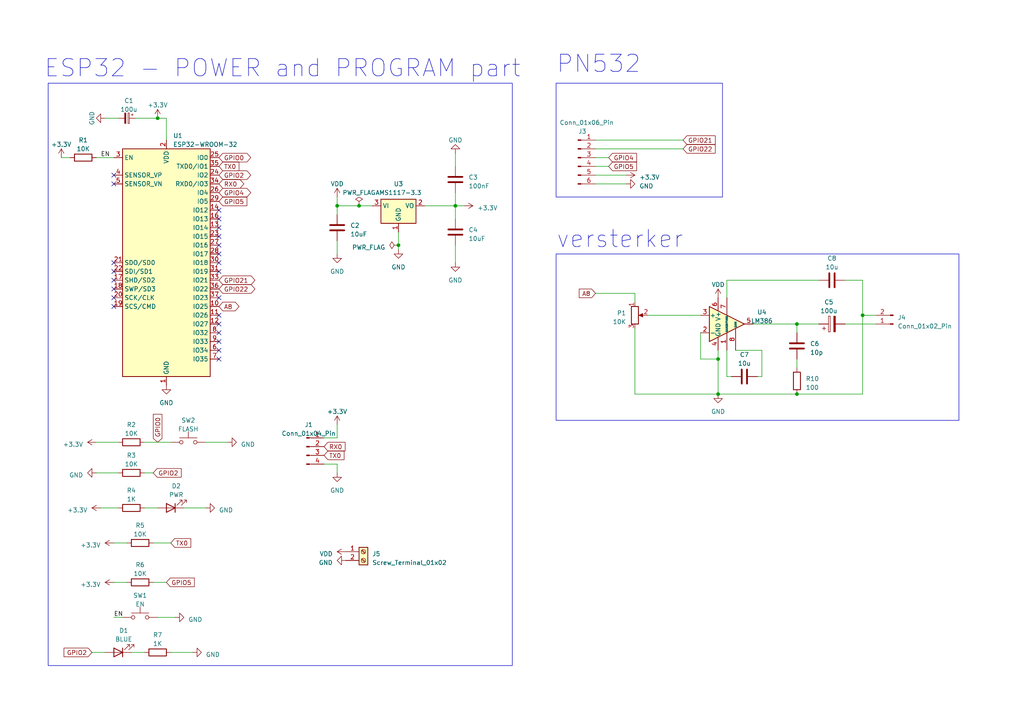
<source format=kicad_sch>
(kicad_sch (version 20230121) (generator eeschema)
  (paper "A4")
  (lib_symbols
    (symbol "Amplifier_Audio:LM386" (pin_names (offset 0.127))
      (property "Reference" "U" (at 1.27 7.62 0))
      (property "Value" "LM386" (at 1.27 5.08 0))
      (symbol "LM386_0_1"
        (polyline (pts (xy 5.08 0) (xy -5.08 5.08) (xy -5.08 -5.08) (xy 5.08 0)) (stroke (width 0.254)) (fill (type background)))
      )
      (symbol "LM386_1_1"
        (pin input line (at 0 -7.62 90) (length 5.08) (name "GAIN") (number "1"))
        (pin input line (at -7.62 -2.54 0) (length 2.54) (name "-") (number "2"))
        (pin input line (at -7.62 2.54 0) (length 2.54) (name "+") (number "3"))
        (pin power_in line (at -2.54 -7.62 90) (length 3.81) (name "GND") (number "4"))
        (pin output line (at 7.62 0 180) (length 2.54) (name "~") (number "5"))
        (pin power_in line (at -2.54 7.62 270) (length 3.81) (name "V+") (number "6"))
        (pin input line (at 0 7.62 270) (length 5.08) (name "BYPASS") (number "7"))
        (pin input line (at 2.54 -7.62 90) (length 6.35) (name "GAIN") (number "8"))
      )
    )
    (symbol "Connector:Conn_01x02_Pin" (pin_names (offset 1.016) hide)
      (property "Reference" "J" (at 0 2.54 0))
      (property "Value" "Conn_01x02_Pin" (at 0 -5.08 0))
      (symbol "Conn_01x02_Pin_1_1"
        (polyline (pts (xy 1.27 -2.54) (xy 0.8636 -2.54)) (stroke (width 0.1524)))
        (polyline (pts (xy 1.27 0) (xy 0.8636 0)) (stroke (width 0.1524)))
        (rectangle (start 0.8636 -2.413) (end 0 -2.667) (stroke (width 0.1524)) (fill (type outline)))
        (rectangle (start 0.8636 0.127) (end 0 -0.127) (stroke (width 0.1524)) (fill (type outline)))
        (pin passive line (at 5.08 0 180) (length 3.81) (name "Pin_1") (number "1"))
        (pin passive line (at 5.08 -2.54 180) (length 3.81) (name "Pin_2") (number "2"))
      )
    )
    (symbol "Connector:Conn_01x04_Pin" (pin_names (offset 1.016) hide)
      (property "Reference" "J" (at 0 5.08 0))
      (property "Value" "Conn_01x04_Pin" (at 0 -7.62 0))
      (symbol "Conn_01x04_Pin_1_1"
        (polyline (pts (xy 1.27 -5.08) (xy 0.8636 -5.08)) (stroke (width 0.1524)))
        (polyline (pts (xy 1.27 -2.54) (xy 0.8636 -2.54)) (stroke (width 0.1524)))
        (polyline (pts (xy 1.27 0) (xy 0.8636 0)) (stroke (width 0.1524)))
        (polyline (pts (xy 1.27 2.54) (xy 0.8636 2.54)) (stroke (width 0.1524)))
        (rectangle (start 0.8636 -4.953) (end 0 -5.207) (stroke (width 0.1524)) (fill (type outline)))
        (rectangle (start 0.8636 -2.413) (end 0 -2.667) (stroke (width 0.1524)) (fill (type outline)))
        (rectangle (start 0.8636 0.127) (end 0 -0.127) (stroke (width 0.1524)) (fill (type outline)))
        (rectangle (start 0.8636 2.667) (end 0 2.413) (stroke (width 0.1524)) (fill (type outline)))
        (pin passive line (at 5.08 2.54 180) (length 3.81) (name "Pin_1") (number "1"))
        (pin passive line (at 5.08 0 180) (length 3.81) (name "Pin_2") (number "2"))
        (pin passive line (at 5.08 -2.54 180) (length 3.81) (name "Pin_3") (number "3"))
        (pin passive line (at 5.08 -5.08 180) (length 3.81) (name "Pin_4") (number "4"))
      )
    )
    (symbol "Connector:Conn_01x06_Pin" (pin_names (offset 1.016) hide)
      (property "Reference" "J" (at 0 7.62 0))
      (property "Value" "Conn_01x06_Pin" (at 0 -10.16 0))
      (symbol "Conn_01x06_Pin_1_1"
        (polyline (pts (xy 1.27 -7.62) (xy 0.8636 -7.62)) (stroke (width 0.1524)))
        (polyline (pts (xy 1.27 -5.08) (xy 0.8636 -5.08)) (stroke (width 0.1524)))
        (polyline (pts (xy 1.27 -2.54) (xy 0.8636 -2.54)) (stroke (width 0.1524)))
        (polyline (pts (xy 1.27 0) (xy 0.8636 0)) (stroke (width 0.1524)))
        (polyline (pts (xy 1.27 2.54) (xy 0.8636 2.54)) (stroke (width 0.1524)))
        (polyline (pts (xy 1.27 5.08) (xy 0.8636 5.08)) (stroke (width 0.1524)))
        (rectangle (start 0.8636 -7.493) (end 0 -7.747) (stroke (width 0.1524)) (fill (type outline)))
        (rectangle (start 0.8636 -4.953) (end 0 -5.207) (stroke (width 0.1524)) (fill (type outline)))
        (rectangle (start 0.8636 -2.413) (end 0 -2.667) (stroke (width 0.1524)) (fill (type outline)))
        (rectangle (start 0.8636 0.127) (end 0 -0.127) (stroke (width 0.1524)) (fill (type outline)))
        (rectangle (start 0.8636 2.667) (end 0 2.413) (stroke (width 0.1524)) (fill (type outline)))
        (rectangle (start 0.8636 5.207) (end 0 4.953) (stroke (width 0.1524)) (fill (type outline)))
        (pin passive line (at 5.08 5.08 180) (length 3.81) (name "Pin_1") (number "1"))
        (pin passive line (at 5.08 2.54 180) (length 3.81) (name "Pin_2") (number "2"))
        (pin passive line (at 5.08 0 180) (length 3.81) (name "Pin_3") (number "3"))
        (pin passive line (at 5.08 -2.54 180) (length 3.81) (name "Pin_4") (number "4"))
        (pin passive line (at 5.08 -5.08 180) (length 3.81) (name "Pin_5") (number "5"))
        (pin passive line (at 5.08 -7.62 180) (length 3.81) (name "Pin_6") (number "6"))
      )
    )
    (symbol "Connector:Screw_Terminal_01x02" (pin_names (offset 1.016) hide)
      (property "Reference" "J" (at 0 2.54 0))
      (property "Value" "Screw_Terminal_01x02" (at 0 -5.08 0))
      (symbol "Screw_Terminal_01x02_1_1"
        (rectangle (start -1.27 1.27) (end 1.27 -3.81) (stroke (width 0.254)) (fill (type background)))
        (circle (center 0 -2.54) (radius 0.635) (stroke (width 0.1524)))
        (polyline (pts (xy -0.5334 -2.2098) (xy 0.3302 -3.048)) (stroke (width 0.1524)))
        (polyline (pts (xy -0.5334 0.3302) (xy 0.3302 -0.508)) (stroke (width 0.1524)))
        (polyline (pts (xy -0.3556 -2.032) (xy 0.508 -2.8702)) (stroke (width 0.1524)))
        (polyline (pts (xy -0.3556 0.508) (xy 0.508 -0.3302)) (stroke (width 0.1524)))
        (circle (center 0 0) (radius 0.635) (stroke (width 0.1524)))
        (pin passive line (at -5.08 0 0) (length 3.81) (name "Pin_1") (number "1"))
        (pin passive line (at -5.08 -2.54 0) (length 3.81) (name "Pin_2") (number "2"))
      )
    )
    (symbol "Device:C" (pin_numbers hide) (pin_names (offset 0.254))
      (property "Reference" "C" (at 0.635 2.54 0))
      (property "Value" "C" (at 0.635 -2.54 0))
      (symbol "C_0_1"
        (polyline (pts (xy -2.032 -0.762) (xy 2.032 -0.762)) (stroke (width 0.508)))
        (polyline (pts (xy -2.032 0.762) (xy 2.032 0.762)) (stroke (width 0.508)))
      )
      (symbol "C_1_1"
        (pin passive line (at 0 3.81 270) (length 2.794) (name "~") (number "1"))
        (pin passive line (at 0 -3.81 90) (length 2.794) (name "~") (number "2"))
      )
    )
    (symbol "Device:C_Polarized" (pin_numbers hide) (pin_names (offset 0.254))
      (property "Reference" "C" (at 0.635 2.54 0))
      (property "Value" "C_Polarized" (at 0.635 -2.54 0))
      (symbol "C_Polarized_0_1"
        (rectangle (start -2.286 0.508) (end 2.286 1.016))
        (polyline (pts (xy -1.778 2.286) (xy -0.762 2.286)))
        (polyline (pts (xy -1.27 2.794) (xy -1.27 1.778)))
        (rectangle (start 2.286 -0.508) (end -2.286 -1.016) (fill (type outline)))
      )
      (symbol "C_Polarized_1_1"
        (pin passive line (at 0 3.81 270) (length 2.794) (name "~") (number "1"))
        (pin passive line (at 0 -3.81 90) (length 2.794) (name "~") (number "2"))
      )
    )
    (symbol "Device:C_Polarized_Small" (pin_numbers hide) (pin_names (offset 0.254) hide)
      (property "Reference" "C" (at 0.254 1.778 0))
      (property "Value" "C_Polarized_Small" (at 0.254 -2.032 0))
      (symbol "C_Polarized_Small_0_1"
        (rectangle (start -1.524 -0.3048) (end 1.524 -0.6858) (fill (type outline)))
        (rectangle (start -1.524 0.6858) (end 1.524 0.3048))
        (polyline (pts (xy -1.27 1.524) (xy -0.762 1.524)))
        (polyline (pts (xy -1.016 1.27) (xy -1.016 1.778)))
      )
      (symbol "C_Polarized_Small_1_1"
        (pin passive line (at 0 2.54 270) (length 1.8542) (name "~") (number "1"))
        (pin passive line (at 0 -2.54 90) (length 1.8542) (name "~") (number "2"))
      )
    )
    (symbol "Device:LED" (pin_numbers hide) (pin_names (offset 1.016) hide)
      (property "Reference" "D" (at 0 2.54 0))
      (property "Value" "LED" (at 0 -2.54 0))
      (symbol "LED_0_1"
        (polyline (pts (xy -1.27 -1.27) (xy -1.27 1.27)) (stroke (width 0.254)))
        (polyline (pts (xy -1.27 0) (xy 1.27 0)))
        (polyline (pts (xy 1.27 -1.27) (xy 1.27 1.27) (xy -1.27 0) (xy 1.27 -1.27)) (stroke (width 0.254)))
        (polyline (pts (xy -3.048 -0.762) (xy -4.572 -2.286) (xy -3.81 -2.286) (xy -4.572 -2.286) (xy -4.572 -1.524)))
        (polyline (pts (xy -1.778 -0.762) (xy -3.302 -2.286) (xy -2.54 -2.286) (xy -3.302 -2.286) (xy -3.302 -1.524)))
      )
      (symbol "LED_1_1"
        (pin passive line (at -3.81 0 0) (length 2.54) (name "K") (number "1"))
        (pin passive line (at 3.81 0 180) (length 2.54) (name "A") (number "2"))
      )
    )
    (symbol "Device:R" (pin_numbers hide) (pin_names (offset 0))
      (property "Reference" "R" (at 2.032 0 90))
      (property "Value" "R" (at 0 0 90))
      (symbol "R_0_1"
        (rectangle (start -1.016 -2.54) (end 1.016 2.54) (stroke (width 0.254)))
      )
      (symbol "R_1_1"
        (pin passive line (at 0 3.81 270) (length 1.27) (name "~") (number "1"))
        (pin passive line (at 0 -3.81 90) (length 1.27) (name "~") (number "2"))
      )
    )
    (symbol "Device:R_Potentiometer" (pin_names (offset 1.016) hide)
      (property "Reference" "RV" (at -4.445 0 90))
      (property "Value" "R_Potentiometer" (at -2.54 0 90))
      (symbol "R_Potentiometer_0_1"
        (polyline (pts (xy 2.54 0) (xy 1.524 0)))
        (polyline (pts (xy 1.143 0) (xy 2.286 0.508) (xy 2.286 -0.508) (xy 1.143 0)) (fill (type outline)))
        (rectangle (start 1.016 2.54) (end -1.016 -2.54) (stroke (width 0.254)))
      )
      (symbol "R_Potentiometer_1_1"
        (pin passive line (at 0 3.81 270) (length 1.27) (name "1") (number "1"))
        (pin passive line (at 3.81 0 180) (length 1.27) (name "2") (number "2"))
        (pin passive line (at 0 -3.81 90) (length 1.27) (name "3") (number "3"))
      )
    )
    (symbol "RF_Module:ESP32-WROOM-32"
      (property "Reference" "U" (at -12.7 34.29 0))
      (property "Value" "ESP32-WROOM-32" (at 1.27 34.29 0))
      (symbol "ESP32-WROOM-32_0_1"
        (rectangle (start -12.7 33.02) (end 12.7 -33.02) (stroke (width 0.254)) (fill (type background)))
      )
      (symbol "ESP32-WROOM-32_1_1"
        (pin power_in line (at 0 -35.56 90) (length 2.54) (name "GND") (number "1"))
        (pin bidirectional line (at 15.24 -12.7 180) (length 2.54) (name "IO25") (number "10"))
        (pin bidirectional line (at 15.24 -15.24 180) (length 2.54) (name "IO26") (number "11"))
        (pin bidirectional line (at 15.24 -17.78 180) (length 2.54) (name "IO27") (number "12"))
        (pin bidirectional line (at 15.24 10.16 180) (length 2.54) (name "IO14") (number "13"))
        (pin bidirectional line (at 15.24 15.24 180) (length 2.54) (name "IO12") (number "14"))
        (pin passive line (at 0 -35.56 90) (length 2.54) hide (name "GND") (number "15"))
        (pin bidirectional line (at 15.24 12.7 180) (length 2.54) (name "IO13") (number "16"))
        (pin bidirectional line (at -15.24 -5.08 0) (length 2.54) (name "SHD/SD2") (number "17"))
        (pin bidirectional line (at -15.24 -7.62 0) (length 2.54) (name "SWP/SD3") (number "18"))
        (pin bidirectional line (at -15.24 -12.7 0) (length 2.54) (name "SCS/CMD") (number "19"))
        (pin power_in line (at 0 35.56 270) (length 2.54) (name "VDD") (number "2"))
        (pin bidirectional line (at -15.24 -10.16 0) (length 2.54) (name "SCK/CLK") (number "20"))
        (pin bidirectional line (at -15.24 0 0) (length 2.54) (name "SDO/SD0") (number "21"))
        (pin bidirectional line (at -15.24 -2.54 0) (length 2.54) (name "SDI/SD1") (number "22"))
        (pin bidirectional line (at 15.24 7.62 180) (length 2.54) (name "IO15") (number "23"))
        (pin bidirectional line (at 15.24 25.4 180) (length 2.54) (name "IO2") (number "24"))
        (pin bidirectional line (at 15.24 30.48 180) (length 2.54) (name "IO0") (number "25"))
        (pin bidirectional line (at 15.24 20.32 180) (length 2.54) (name "IO4") (number "26"))
        (pin bidirectional line (at 15.24 5.08 180) (length 2.54) (name "IO16") (number "27"))
        (pin bidirectional line (at 15.24 2.54 180) (length 2.54) (name "IO17") (number "28"))
        (pin bidirectional line (at 15.24 17.78 180) (length 2.54) (name "IO5") (number "29"))
        (pin input line (at -15.24 30.48 0) (length 2.54) (name "EN") (number "3"))
        (pin bidirectional line (at 15.24 0 180) (length 2.54) (name "IO18") (number "30"))
        (pin bidirectional line (at 15.24 -2.54 180) (length 2.54) (name "IO19") (number "31"))
        (pin no_connect line (at -12.7 -27.94 0) (length 2.54) hide (name "NC") (number "32"))
        (pin bidirectional line (at 15.24 -5.08 180) (length 2.54) (name "IO21") (number "33"))
        (pin bidirectional line (at 15.24 22.86 180) (length 2.54) (name "RXD0/IO3") (number "34"))
        (pin bidirectional line (at 15.24 27.94 180) (length 2.54) (name "TXD0/IO1") (number "35"))
        (pin bidirectional line (at 15.24 -7.62 180) (length 2.54) (name "IO22") (number "36"))
        (pin bidirectional line (at 15.24 -10.16 180) (length 2.54) (name "IO23") (number "37"))
        (pin passive line (at 0 -35.56 90) (length 2.54) hide (name "GND") (number "38"))
        (pin passive line (at 0 -35.56 90) (length 2.54) hide (name "GND") (number "39"))
        (pin input line (at -15.24 25.4 0) (length 2.54) (name "SENSOR_VP") (number "4"))
        (pin input line (at -15.24 22.86 0) (length 2.54) (name "SENSOR_VN") (number "5"))
        (pin input line (at 15.24 -25.4 180) (length 2.54) (name "IO34") (number "6"))
        (pin input line (at 15.24 -27.94 180) (length 2.54) (name "IO35") (number "7"))
        (pin bidirectional line (at 15.24 -20.32 180) (length 2.54) (name "IO32") (number "8"))
        (pin bidirectional line (at 15.24 -22.86 180) (length 2.54) (name "IO33") (number "9"))
      )
    )
    (symbol "Regulator_Linear:AMS1117-3.3"
      (property "Reference" "U" (at -3.81 3.175 0))
      (property "Value" "AMS1117-3.3" (at 0 3.175 0))
      (symbol "AMS1117-3.3_0_1"
        (rectangle (start -5.08 -5.08) (end 5.08 1.905) (stroke (width 0.254)) (fill (type background)))
      )
      (symbol "AMS1117-3.3_1_1"
        (pin power_in line (at 0 -7.62 90) (length 2.54) (name "GND") (number "1"))
        (pin power_out line (at 7.62 0 180) (length 2.54) (name "VO") (number "2"))
        (pin power_in line (at -7.62 0 0) (length 2.54) (name "VI") (number "3"))
      )
    )
    (symbol "Switch:SW_Push" (pin_numbers hide) (pin_names (offset 1.016) hide)
      (property "Reference" "SW" (at 1.27 2.54 0))
      (property "Value" "SW_Push" (at 0 -1.524 0))
      (symbol "SW_Push_0_1"
        (circle (center -2.032 0) (radius 0.508))
        (polyline (pts (xy 0 1.27) (xy 0 3.048)))
        (polyline (pts (xy 2.54 1.27) (xy -2.54 1.27)))
        (circle (center 2.032 0) (radius 0.508))
        (pin passive line (at -5.08 0 0) (length 2.54) (name "1") (number "1"))
        (pin passive line (at 5.08 0 180) (length 2.54) (name "2") (number "2"))
      )
    )
    (symbol "power:+3.3V" (power) (pin_names (offset 0))
      (property "Value" "+3.3V" (at 0 3.556 0))
      (symbol "+3.3V_0_1"
        (polyline (pts (xy -0.762 1.27) (xy 0 2.54)))
        (polyline (pts (xy 0 0) (xy 0 2.54)))
        (polyline (pts (xy 0 2.54) (xy 0.762 1.27)))
      )
      (symbol "+3.3V_1_1"
        (pin power_in line (at 0 0 90) (length 0) hide (name "+3.3V") (number "1"))
      )
    )
    (symbol "power:GND" (power) (pin_names (offset 0))
      (property "Value" "GND" (at 0 -3.81 0))
      (symbol "GND_0_1"
        (polyline (pts (xy 0 0) (xy 0 -1.27) (xy 1.27 -1.27) (xy 0 -2.54) (xy -1.27 -1.27) (xy 0 -1.27)))
      )
      (symbol "GND_1_1"
        (pin power_in line (at 0 0 270) (length 0) hide (name "GND") (number "1"))
      )
    )
    (symbol "power:PWR_FLAG" (power) (pin_numbers hide) (pin_names (offset 0) hide)
      (property "Value" "PWR_FLAG" (at 0 3.81 0))
      (symbol "PWR_FLAG_0_0"
        (pin power_out line (at 0 0 90) (length 0) (name "pwr") (number "1"))
      )
      (symbol "PWR_FLAG_0_1"
        (polyline (pts (xy 0 0) (xy 0 1.27) (xy -1.016 1.905) (xy 0 2.54) (xy 1.016 1.905) (xy 0 1.27)))
      )
    )
    (symbol "power:VDD" (power) (pin_names (offset 0))
      (property "Value" "VDD" (at 0 3.81 0))
      (symbol "VDD_0_1"
        (polyline (pts (xy -0.762 1.27) (xy 0 2.54)))
        (polyline (pts (xy 0 0) (xy 0 2.54)))
        (polyline (pts (xy 0 2.54) (xy 0.762 1.27)))
      )
      (symbol "VDD_1_1"
        (pin power_in line (at 0 0 90) (length 0) hide (name "VDD") (number "1"))
      )
    )
  )
  (junction (at 231.14 93.98))
  (junction (at 208.28 114.3))
  (junction (at 104.14 59.69))
  (junction (at 231.14 114.3))
  (junction (at 132.08 59.69))
  (junction (at 250.19 91.44))
  (junction (at 208.28 104.14))
  (junction (at 115.57 71.12))
  (junction (at 97.79 59.69))
  (junction (at 45.72 34.29))
  (no_connect (at 33.02 50.8))
  (no_connect (at 33.02 53.34))
  (no_connect (at 33.02 88.9))
  (no_connect (at 63.5 76.2))
  (no_connect (at 63.5 66.04))
  (no_connect (at 63.5 60.96))
  (no_connect (at 63.5 71.12))
  (no_connect (at 63.5 63.5))
  (no_connect (at 63.5 93.98))
  (no_connect (at 63.5 73.66))
  (no_connect (at 33.02 76.2))
  (no_connect (at 63.5 101.6))
  (no_connect (at 63.5 99.06))
  (no_connect (at 33.02 78.74))
  (no_connect (at 63.5 86.36))
  (no_connect (at 63.5 68.58))
  (no_connect (at 33.02 83.82))
  (no_connect (at 63.5 78.74))
  (no_connect (at 33.02 86.36))
  (no_connect (at 63.5 96.52))
  (no_connect (at 63.5 91.44))
  (no_connect (at 33.02 81.28))
  (no_connect (at 63.5 104.14))
  (wire (pts (xy 17.78 45.72) (xy 20.32 45.72)))
  (wire (pts (xy 27.94 45.72) (xy 33.02 45.72)))
  (wire (pts (xy 48.26 34.29) (xy 48.26 40.64)))
  (wire (pts (xy 132.08 59.69) (xy 134.62 59.69)))
  (wire (pts (xy 26.67 189.23) (xy 30.48 189.23)))
  (wire (pts (xy 231.14 96.52) (xy 231.14 93.98)))
  (wire (pts (xy 115.57 67.31) (xy 115.57 71.12)))
  (wire (pts (xy 27.94 128.27) (xy 34.29 128.27)))
  (wire (pts (xy 172.72 43.18) (xy 198.12 43.18)))
  (wire (pts (xy 41.91 137.16) (xy 44.45 137.16)))
  (wire (pts (xy 41.91 128.27) (xy 49.53 128.27)))
  (wire (pts (xy 184.15 85.09) (xy 184.15 87.63)))
  (wire (pts (xy 44.45 157.48) (xy 49.53 157.48)))
  (wire (pts (xy 220.98 101.6) (xy 213.36 101.6)))
  (wire (pts (xy 38.1 189.23) (xy 41.91 189.23)))
  (wire (pts (xy 30.48 34.29) (xy 34.29 34.29)))
  (wire (pts (xy 187.96 91.44) (xy 203.2 91.44)))
  (wire (pts (xy 115.57 71.12) (xy 115.57 72.39)))
  (wire (pts (xy 172.72 48.26) (xy 176.53 48.26)))
  (wire (pts (xy 250.19 81.28) (xy 245.11 81.28)))
  (wire (pts (xy 132.08 55.88) (xy 132.08 59.69)))
  (wire (pts (xy 210.82 81.28) (xy 237.49 81.28)))
  (wire (pts (xy 27.94 137.16) (xy 34.29 137.16)))
  (wire (pts (xy 172.72 53.34) (xy 181.61 53.34)))
  (wire (pts (xy 208.28 104.14) (xy 208.28 114.3)))
  (wire (pts (xy 59.69 128.27) (xy 66.04 128.27)))
  (wire (pts (xy 97.79 137.16) (xy 97.79 134.62)))
  (wire (pts (xy 208.28 101.6) (xy 208.28 104.14)))
  (wire (pts (xy 49.53 189.23) (xy 55.88 189.23)))
  (wire (pts (xy 210.82 101.6) (xy 210.82 109.22)))
  (wire (pts (xy 132.08 71.12) (xy 132.08 76.2)))
  (wire (pts (xy 39.37 34.29) (xy 45.72 34.29)))
  (wire (pts (xy 231.14 104.14) (xy 231.14 106.68)))
  (wire (pts (xy 29.21 147.32) (xy 34.29 147.32)))
  (wire (pts (xy 33.02 157.48) (xy 36.83 157.48)))
  (wire (pts (xy 172.72 40.64) (xy 198.12 40.64)))
  (wire (pts (xy 203.2 96.52) (xy 203.2 104.14)))
  (wire (pts (xy 41.91 147.32) (xy 45.72 147.32)))
  (wire (pts (xy 33.02 168.91) (xy 36.83 168.91)))
  (wire (pts (xy 208.28 114.3) (xy 231.14 114.3)))
  (wire (pts (xy 53.34 147.32) (xy 59.69 147.32)))
  (wire (pts (xy 210.82 86.36) (xy 210.82 81.28)))
  (wire (pts (xy 184.15 95.25) (xy 184.15 114.3)))
  (wire (pts (xy 97.79 127) (xy 93.98 127)))
  (wire (pts (xy 245.11 93.98) (xy 254 93.98)))
  (wire (pts (xy 48.26 34.29) (xy 45.72 34.29)))
  (wire (pts (xy 231.14 93.98) (xy 237.49 93.98)))
  (wire (pts (xy 97.79 57.15) (xy 97.79 59.69)))
  (wire (pts (xy 254 91.44) (xy 250.19 91.44)))
  (wire (pts (xy 250.19 114.3) (xy 231.14 114.3)))
  (wire (pts (xy 219.71 109.22) (xy 220.98 109.22)))
  (wire (pts (xy 45.72 179.07) (xy 50.8 179.07)))
  (wire (pts (xy 97.79 123.19) (xy 97.79 127)))
  (wire (pts (xy 184.15 114.3) (xy 208.28 114.3)))
  (wire (pts (xy 172.72 45.72) (xy 176.53 45.72)))
  (wire (pts (xy 97.79 59.69) (xy 104.14 59.69)))
  (wire (pts (xy 203.2 104.14) (xy 208.28 104.14)))
  (wire (pts (xy 218.44 93.98) (xy 231.14 93.98)))
  (wire (pts (xy 44.45 168.91) (xy 48.26 168.91)))
  (wire (pts (xy 97.79 69.85) (xy 97.79 73.66)))
  (wire (pts (xy 132.08 59.69) (xy 132.08 63.5)))
  (wire (pts (xy 172.72 85.09) (xy 184.15 85.09)))
  (wire (pts (xy 33.02 179.07) (xy 35.56 179.07)))
  (wire (pts (xy 250.19 91.44) (xy 250.19 81.28)))
  (wire (pts (xy 220.98 109.22) (xy 220.98 101.6)))
  (wire (pts (xy 172.72 50.8) (xy 181.61 50.8)))
  (wire (pts (xy 97.79 59.69) (xy 97.79 62.23)))
  (wire (pts (xy 132.08 44.45) (xy 132.08 48.26)))
  (wire (pts (xy 250.19 91.44) (xy 250.19 114.3)))
  (wire (pts (xy 210.82 109.22) (xy 212.09 109.22)))
  (wire (pts (xy 97.79 134.62) (xy 93.98 134.62)))
  (wire (pts (xy 123.19 59.69) (xy 132.08 59.69)))
  (wire (pts (xy 104.14 59.69) (xy 107.95 59.69)))
  (rectangle (start 161.29 73.66) (end 278.13 121.92))
  (rectangle (start 161.29 24.13) (end 209.55 57.15))
  (rectangle (start 13.97 24.13) (end 148.59 193.04))
  (text "PN532\n" (at 161.29 21.59 0) (effects (font (size 5 5)) (justify left bottom)))
  (text "ESP32 - POWER and PROGRAM part" (at 12.7 22.86 0) (effects (font (size 5 5)) (justify left bottom)))
  (text "versterker\n" (at 161.29 72.39 0) (effects (font (size 5 5)) (justify left bottom)))
  (label "EN" (at 29.21 45.72 0))
  (label "EN" (at 33.02 179.07 0))
  (global_label "RX0" (shape bidirectional) (at 63.5 53.34 0) (property "Intersheetrefs" "${INTERSHEET_REFS}" (effects hide)))
  (global_label "GPIO4" (shape input) (at 176.53 45.72 0) (property "Intersheetrefs" "${INTERSHEET_REFS}" (effects hide)))
  (global_label "GPIO2" (shape input) (at 26.67 189.23 180) (property "Intersheetrefs" "${INTERSHEET_REFS}" (effects hide)))
  (global_label "TX0" (shape input) (at 63.5 48.26 0) (property "Intersheetrefs" "${INTERSHEET_REFS}" (effects hide)))
  (global_label "GPIO21" (shape input) (at 198.12 40.64 0) (property "Intersheetrefs" "${INTERSHEET_REFS}" (effects hide)))
  (global_label "GPIO22" (shape input) (at 198.12 43.18 0) (property "Intersheetrefs" "${INTERSHEET_REFS}" (effects hide)))
  (global_label "TX0" (shape input) (at 49.53 157.48 0) (property "Intersheetrefs" "${INTERSHEET_REFS}" (effects hide)))
  (global_label "GPIO5" (shape input) (at 63.5 58.42 0) (property "Intersheetrefs" "${INTERSHEET_REFS}" (effects hide)))
  (global_label "GPIO0" (shape bidirectional) (at 63.5 45.72 0) (property "Intersheetrefs" "${INTERSHEET_REFS}" (effects hide)))
  (global_label "A8" (shape input) (at 172.72 85.09 180) (property "Intersheetrefs" "${INTERSHEET_REFS}" (effects hide)))
  (global_label "GPIO21" (shape bidirectional) (at 63.5 81.28 0) (property "Intersheetrefs" "${INTERSHEET_REFS}" (effects hide)))
  (global_label "GPIO5" (shape input) (at 176.53 48.26 0) (property "Intersheetrefs" "${INTERSHEET_REFS}" (effects hide)))
  (global_label "GPIO2" (shape bidirectional) (at 63.5 50.8 0) (property "Intersheetrefs" "${INTERSHEET_REFS}" (effects hide)))
  (global_label "A8" (shape bidirectional) (at 63.5 88.9 0) (property "Intersheetrefs" "${INTERSHEET_REFS}" (effects hide)))
  (global_label "TX0" (shape input) (at 93.98 132.08 0) (property "Intersheetrefs" "${INTERSHEET_REFS}" (effects hide)))
  (global_label "GPIO22" (shape bidirectional) (at 63.5 83.82 0) (property "Intersheetrefs" "${INTERSHEET_REFS}" (effects hide)))
  (global_label "GPIO5" (shape input) (at 48.26 168.91 0) (property "Intersheetrefs" "${INTERSHEET_REFS}" (effects hide)))
  (global_label "RX0" (shape input) (at 93.98 129.54 0) (property "Intersheetrefs" "${INTERSHEET_REFS}" (effects hide)))
  (global_label "GPIO4" (shape bidirectional) (at 63.5 55.88 0) (property "Intersheetrefs" "${INTERSHEET_REFS}" (effects hide)))
  (global_label "GPIO2" (shape input) (at 44.45 137.16 0) (property "Intersheetrefs" "${INTERSHEET_REFS}" (effects hide)))
  (global_label "GPIO0" (shape input) (at 45.72 128.27 90) (property "Intersheetrefs" "${INTERSHEET_REFS}" (effects hide)))
  (symbol (lib_id "power:+3.3V") (at 29.21 147.32 90) (unit 1)
    (property "Reference" "#PWR04" (effects hide))
    (property "Value" "+3.3V" (at 25.4 147.955 90) (effects (justify left)))
  )
  (symbol (lib_id "Device:R") (at 38.1 137.16 90) (unit 1)
    (property "Reference" "R3" (at 38.1 132.08 90))
    (property "Value" "10K" (at 38.1 134.62 90))
    (property "Footprint" "Resistor_SMD:R_0805_2012Metric_Pad1.20x1.40mm_HandSolder" (effects hide))
  )
  (symbol (lib_id "Device:C") (at 132.08 67.31 0) (unit 1)
    (property "Reference" "C4" (at 135.89 66.675 0) (effects (justify left)))
    (property "Value" "10uF" (at 135.89 69.215 0) (effects (justify left)))
    (property "Footprint" "Capacitor_SMD:C_0805_2012Metric_Pad1.18x1.45mm_HandSolder" (effects hide))
  )
  (symbol (lib_id "power:+3.3V") (at 97.79 123.19 0) (unit 1)
    (property "Reference" "#PWR016" (effects hide))
    (property "Value" "+3.3V" (at 97.79 119.38 0))
  )
  (symbol (lib_id "Device:R") (at 24.13 45.72 90) (unit 1)
    (property "Reference" "R1" (at 24.13 40.64 90))
    (property "Value" "10K" (at 24.13 43.18 90))
    (property "Footprint" "Resistor_SMD:R_0805_2012Metric_Pad1.20x1.40mm_HandSolder" (effects hide))
  )
  (symbol (lib_id "power:+3.3V") (at 181.61 50.8 270) (unit 1)
    (property "Reference" "#PWR026" (effects hide))
    (property "Value" "+3.3V" (at 185.42 51.435 90) (effects (justify left)))
  )
  (symbol (lib_id "power:+3.3V") (at 33.02 168.91 90) (unit 1)
    (property "Reference" "#PWR07" (effects hide))
    (property "Value" "+3.3V" (at 29.21 169.545 90) (effects (justify left)))
  )
  (symbol (lib_id "power:GND") (at 100.33 162.56 270) (unit 1)
    (property "Reference" "#PWR031" (effects hide))
    (property "Value" "GND" (at 96.52 163.195 90) (effects (justify right)))
  )
  (symbol (lib_id "power:GND") (at 30.48 34.29 270) (unit 1)
    (property "Reference" "#PWR05" (effects hide))
    (property "Value" "GND" (at 26.67 34.29 0))
  )
  (symbol (lib_id "power:GND") (at 115.57 72.39 0) (unit 1)
    (property "Reference" "#PWR018" (effects hide))
    (property "Value" "GND" (at 115.57 77.47 0))
  )
  (symbol (lib_id "Switch:SW_Push") (at 40.64 179.07 0) (unit 1)
    (property "Reference" "SW1" (at 40.64 172.72 0))
    (property "Value" "EN" (at 40.64 175.26 0))
    (property "Footprint" "Button_Switch_SMD:SW_DIP_SPSTx01_Slide_Copal_CHS-01B_W7.62mm_P1.27mm" (effects hide))
  )
  (symbol (lib_id "Device:R") (at 38.1 147.32 90) (unit 1)
    (property "Reference" "R4" (at 38.1 142.24 90))
    (property "Value" "1K" (at 38.1 144.78 90))
    (property "Footprint" "Resistor_SMD:R_0805_2012Metric_Pad1.20x1.40mm_HandSolder" (effects hide))
  )
  (symbol (lib_id "Device:R") (at 38.1 128.27 90) (unit 1)
    (property "Reference" "R2" (at 38.1 123.19 90))
    (property "Value" "10K" (at 38.1 125.73 90))
    (property "Footprint" "Resistor_SMD:R_0805_2012Metric_Pad1.20x1.40mm_HandSolder" (effects hide))
  )
  (symbol (lib_id "power:GND") (at 208.28 114.3 0) (unit 1)
    (property "Reference" "#PWR028" (effects hide))
    (property "Value" "GND" (at 208.28 119.38 0))
  )
  (symbol (lib_id "power:GND") (at 59.69 147.32 90) (unit 1)
    (property "Reference" "#PWR012" (effects hide))
    (property "Value" "GND" (at 63.5 147.955 90) (effects (justify right)))
  )
  (symbol (lib_id "power:+3.3V") (at 45.72 34.29 0) (unit 1)
    (property "Reference" "#PWR08" (effects hide))
    (property "Value" "+3.3V" (at 45.72 30.48 0))
  )
  (symbol (lib_id "RF_Module:ESP32-WROOM-32") (at 48.26 76.2 0) (unit 1)
    (property "Reference" "U1" (at 50.2159 39.37 0) (effects (justify left)))
    (property "Value" "ESP32-WROOM-32" (at 50.2159 41.91 0) (effects (justify left)))
    (property "Footprint" "RF_Module:ESP32-WROOM-32" (effects hide))
    (property "Datasheet" "https://www.espressif.com/sites/default/files/documentation/esp32-wroom-32_datasheet_en.pdf" (effects hide))
  )
  (symbol (lib_id "power:GND") (at 66.04 128.27 90) (unit 1)
    (property "Reference" "#PWR013" (effects hide))
    (property "Value" "GND" (at 69.85 128.905 90) (effects (justify right)))
  )
  (symbol (lib_id "Connector:Conn_01x04_Pin") (at 88.9 129.54 0) (unit 1)
    (property "Reference" "J1" (at 89.535 123.19 0))
    (property "Value" "Conn_01x04_Pin" (at 89.535 125.73 0))
    (property "Footprint" "Connector_PinHeader_2.54mm:PinHeader_1x04_P2.54mm_Vertical" (effects hide))
  )
  (symbol (lib_id "Device:C_Polarized") (at 241.3 93.98 90) (unit 1)
    (property "Reference" "C5" (at 240.411 87.63 90))
    (property "Value" "100u" (at 240.411 90.17 90))
    (property "Footprint" "Capacitor_SMD:C_0805_2012Metric_Pad1.18x1.45mm_HandSolder" (effects hide))
  )
  (symbol (lib_id "Device:LED") (at 49.53 147.32 180) (unit 1)
    (property "Reference" "D2" (at 51.1175 140.97 0))
    (property "Value" "PWR" (at 51.1175 143.51 0))
    (property "Footprint" "LED_SMD:LED_0805_2012Metric_Pad1.15x1.40mm_HandSolder" (effects hide))
  )
  (symbol (lib_id "Device:R") (at 231.14 110.49 180) (unit 1)
    (property "Reference" "R10" (at 233.68 109.855 0) (effects (justify right)))
    (property "Value" "100" (at 233.68 112.395 0) (effects (justify right)))
    (property "Footprint" "Resistor_SMD:R_0805_2012Metric_Pad1.20x1.40mm_HandSolder" (effects hide))
  )
  (symbol (lib_id "power:GND") (at 48.26 111.76 0) (unit 1)
    (property "Reference" "#PWR09" (effects hide))
    (property "Value" "GND" (at 48.26 116.84 0))
  )
  (symbol (lib_id "Amplifier_Audio:LM386") (at 210.82 93.98 0) (unit 1)
    (property "Reference" "U4" (at 220.98 90.5511 0))
    (property "Value" "LM386" (at 220.98 93.0911 0))
    (property "Footprint" "Package_SO:HVSSOP-8-1EP_3x3mm_P0.65mm_EP1.57x1.89mm" (effects hide))
    (property "Datasheet" "http://www.ti.com/lit/ds/symlink/lm386.pdf" (effects hide))
  )
  (symbol (lib_id "power:+3.3V") (at 27.94 128.27 90) (unit 1)
    (property "Reference" "#PWR02" (effects hide))
    (property "Value" "+3.3V" (at 24.13 128.905 90) (effects (justify left)))
  )
  (symbol (lib_id "power:PWR_FLAG") (at 104.14 59.69 0) (unit 1)
    (property "Reference" "#FLG01" (effects hide))
    (property "Value" "PWR_FLAG" (at 104.14 55.88 0))
  )
  (symbol (lib_id "Device:C") (at 215.9 109.22 90) (unit 1)
    (property "Reference" "C7" (at 215.9 102.87 90))
    (property "Value" "10u" (at 215.9 105.41 90))
    (property "Footprint" "Capacitor_SMD:C_0805_2012Metric_Pad1.18x1.45mm_HandSolder" (effects hide))
  )
  (symbol (lib_id "Device:LED") (at 34.29 189.23 180) (unit 1)
    (property "Reference" "D1" (at 35.8775 182.88 0))
    (property "Value" "BLUE" (at 35.8775 185.42 0))
    (property "Footprint" "LED_SMD:LED_0805_2012Metric_Pad1.15x1.40mm_HandSolder" (effects hide))
  )
  (symbol (lib_id "power:GND") (at 55.88 189.23 90) (unit 1)
    (property "Reference" "#PWR011" (effects hide))
    (property "Value" "GND" (at 59.69 189.865 90) (effects (justify right)))
  )
  (symbol (lib_id "power:VDD") (at 100.33 160.02 90) (unit 1)
    (property "Reference" "#PWR030" (effects hide))
    (property "Value" "VDD" (at 96.52 160.655 90) (effects (justify left)))
  )
  (symbol (lib_id "power:GND") (at 50.8 179.07 90) (unit 1)
    (property "Reference" "#PWR010" (effects hide))
    (property "Value" "GND" (at 54.61 179.705 90) (effects (justify right)))
  )
  (symbol (lib_id "power:PWR_FLAG") (at 115.57 71.12 90) (unit 1)
    (property "Reference" "#FLG02" (effects hide))
    (property "Value" "PWR_FLAG" (at 111.76 71.755 90) (effects (justify left)))
  )
  (symbol (lib_id "power:GND") (at 27.94 137.16 270) (unit 1)
    (property "Reference" "#PWR03" (effects hide))
    (property "Value" "GND" (at 24.13 137.795 90) (effects (justify right)))
  )
  (symbol (lib_id "Device:C") (at 241.3 81.28 90) (unit 1)
    (property "Reference" "C8" (at 241.3 74.93 90))
    (property "Value" "10u" (at 241.3 77.47 90))
    (property "Footprint" "Capacitor_SMD:C_0805_2012Metric_Pad1.18x1.45mm_HandSolder" (effects hide))
  )
  (symbol (lib_id "power:GND") (at 181.61 53.34 90) (unit 1)
    (property "Reference" "#PWR027" (effects hide))
    (property "Value" "GND" (at 185.42 53.975 90) (effects (justify right)))
  )
  (symbol (lib_id "Device:C") (at 132.08 52.07 0) (unit 1)
    (property "Reference" "C3" (at 135.89 51.435 0) (effects (justify left)))
    (property "Value" "100nF" (at 135.89 53.975 0) (effects (justify left)))
    (property "Footprint" "Capacitor_SMD:C_0805_2012Metric_Pad1.18x1.45mm_HandSolder" (effects hide))
  )
  (symbol (lib_id "power:+3.3V") (at 33.02 157.48 90) (unit 1)
    (property "Reference" "#PWR06" (effects hide))
    (property "Value" "+3.3V" (at 29.21 158.115 90) (effects (justify left)))
  )
  (symbol (lib_id "Device:C") (at 231.14 100.33 0) (unit 1)
    (property "Reference" "C6" (at 234.95 99.695 0) (effects (justify left)))
    (property "Value" "10p" (at 234.95 102.235 0) (effects (justify left)))
    (property "Footprint" "Capacitor_SMD:C_0805_2012Metric_Pad1.18x1.45mm_HandSolder" (effects hide))
  )
  (symbol (lib_id "power:GND") (at 97.79 137.16 0) (unit 1)
    (property "Reference" "#PWR017" (effects hide))
    (property "Value" "GND" (at 97.79 142.24 0))
  )
  (symbol (lib_id "power:GND") (at 97.79 73.66 0) (unit 1)
    (property "Reference" "#PWR015" (effects hide))
    (property "Value" "GND" (at 97.79 78.74 0))
  )
  (symbol (lib_id "Device:R") (at 40.64 157.48 90) (unit 1)
    (property "Reference" "R5" (at 40.64 152.4 90))
    (property "Value" "10K" (at 40.64 154.94 90))
    (property "Footprint" "Resistor_SMD:R_0805_2012Metric_Pad1.20x1.40mm_HandSolder" (effects hide))
  )
  (symbol (lib_id "Regulator_Linear:AMS1117-3.3") (at 115.57 59.69 0) (unit 1)
    (property "Reference" "U3" (at 115.57 53.34 0))
    (property "Value" "AMS1117-3.3" (at 115.57 55.88 0))
    (property "Footprint" "Package_TO_SOT_SMD:SOT-223-3_TabPin2" (effects hide))
    (property "Datasheet" "http://www.advanced-monolithic.com/pdf/ds1117.pdf" (effects hide))
  )
  (symbol (lib_id "Connector:Conn_01x06_Pin") (at 167.64 45.72 0) (unit 1)
    (property "Reference" "J3" (at 168.91 38.1 0))
    (property "Value" "Conn_01x06_Pin" (at 170.18 35.56 0))
    (property "Footprint" "Connector_PinHeader_2.54mm:PinHeader_1x06_P2.54mm_Vertical" (effects hide))
  )
  (symbol (lib_id "Device:R") (at 40.64 168.91 90) (unit 1)
    (property "Reference" "R6" (at 40.64 163.83 90))
    (property "Value" "10K" (at 40.64 166.37 90))
    (property "Footprint" "Resistor_SMD:R_0805_2012Metric_Pad1.20x1.40mm_HandSolder" (effects hide))
  )
  (symbol (lib_id "Device:R_Potentiometer") (at 184.15 91.44 0) (unit 1)
    (property "Reference" "P1" (at 181.61 90.805 0) (effects (justify right)))
    (property "Value" "10K" (at 181.61 93.345 0) (effects (justify right)))
    (property "Footprint" "Potentiometer_THT:Potentiometer_Bourns_3386P_Vertical" (effects hide))
  )
  (symbol (lib_id "power:VDD") (at 208.28 86.36 0) (unit 1)
    (property "Reference" "#PWR029" (effects hide))
    (property "Value" "VDD" (at 208.28 82.55 0))
  )
  (symbol (lib_id "Device:C_Polarized_Small") (at 36.83 34.29 270) (unit 1)
    (property "Reference" "C1" (at 37.3761 29.21 90))
    (property "Value" "100u" (at 37.3761 31.75 90))
    (property "Footprint" "Capacitor_SMD:C_0805_2012Metric_Pad1.18x1.45mm_HandSolder" (effects hide))
  )
  (symbol (lib_id "Connector:Conn_01x02_Pin") (at 259.08 93.98 180) (unit 1)
    (property "Reference" "J4" (at 260.35 92.075 0) (effects (justify right)))
    (property "Value" "Conn_01x02_Pin" (at 260.35 94.615 0) (effects (justify right)))
    (property "Footprint" "Connector_PinHeader_2.54mm:PinHeader_1x02_P2.54mm_Vertical" (effects hide))
  )
  (symbol (lib_id "Device:R") (at 45.72 189.23 90) (unit 1)
    (property "Reference" "R7" (at 45.72 184.15 90))
    (property "Value" "1K" (at 45.72 186.69 90))
    (property "Footprint" "Resistor_SMD:R_0805_2012Metric_Pad1.20x1.40mm_HandSolder" (effects hide))
  )
  (symbol (lib_id "power:GND") (at 132.08 44.45 180) (unit 1)
    (property "Reference" "#PWR021" (effects hide))
    (property "Value" "GND" (at 132.08 40.64 0))
  )
  (symbol (lib_id "Switch:SW_Push") (at 54.61 128.27 0) (unit 1)
    (property "Reference" "SW2" (at 54.61 121.92 0))
    (property "Value" "FLASH" (at 54.61 124.46 0))
    (property "Footprint" "Button_Switch_SMD:SW_DIP_SPSTx01_Slide_Copal_CHS-01B_W7.62mm_P1.27mm" (effects hide))
  )
  (symbol (lib_id "Connector:Screw_Terminal_01x02") (at 105.41 160.02 0) (unit 1)
    (property "Reference" "J5" (at 107.95 160.655 0) (effects (justify left)))
    (property "Value" "Screw_Terminal_01x02" (at 107.95 163.195 0) (effects (justify left)))
    (property "Footprint" "TerminalBlock:TerminalBlock_bornier-2_P5.08mm" (effects hide))
  )
  (symbol (lib_id "Device:C") (at 97.79 66.04 0) (unit 1)
    (property "Reference" "C2" (at 101.6 65.405 0) (effects (justify left)))
    (property "Value" "10uF" (at 101.6 67.945 0) (effects (justify left)))
    (property "Footprint" "Capacitor_SMD:C_0805_2012Metric_Pad1.18x1.45mm_HandSolder" (effects hide))
  )
  (symbol (lib_id "power:VDD") (at 97.79 57.15 0) (unit 1)
    (property "Reference" "#PWR014" (effects hide))
    (property "Value" "VDD" (at 97.79 53.34 0))
  )
  (symbol (lib_id "power:+3.3V") (at 134.62 59.69 270) (unit 1)
    (property "Reference" "#PWR023" (effects hide))
    (property "Value" "+3.3V" (at 138.43 60.325 90) (effects (justify left)))
  )
  (symbol (lib_id "power:GND") (at 132.08 76.2 0) (unit 1)
    (property "Reference" "#PWR022" (effects hide))
    (property "Value" "GND" (at 132.08 81.28 0))
  )
  (symbol (lib_id "power:+3.3V") (at 17.78 45.72 0) (unit 1)
    (property "Reference" "#PWR01" (effects hide))
    (property "Value" "+3.3V" (at 17.78 41.91 0))
  )
)
</source>
